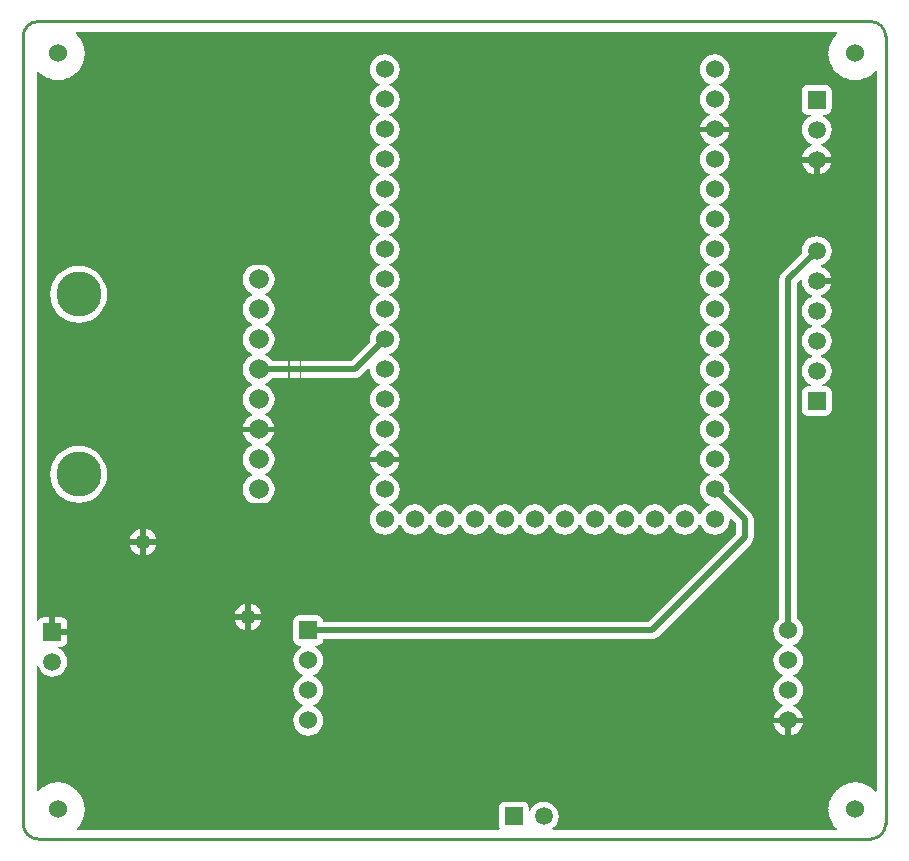
<source format=gbl>
G04 Layer_Physical_Order=2*
G04 Layer_Color=16711680*
%FSLAX25Y25*%
%MOIN*%
G70*
G01*
G75*
%ADD13C,0.01968*%
%ADD14C,0.01000*%
%ADD15C,0.00787*%
%ADD16C,0.00394*%
%ADD17R,0.05905X0.05905*%
%ADD18C,0.05905*%
%ADD19C,0.06000*%
%ADD20R,0.05905X0.05905*%
%ADD21C,0.15000*%
%ADD22C,0.06555*%
%ADD23R,0.06000X0.06000*%
%ADD24C,0.05000*%
G36*
X409420Y388529D02*
X409186Y388337D01*
X409060Y388184D01*
X408908Y388058D01*
X408046Y387009D01*
X407953Y386835D01*
X407828Y386682D01*
X407188Y385485D01*
X407131Y385296D01*
X407038Y385122D01*
X406644Y383823D01*
X406624Y383626D01*
X406567Y383437D01*
X406434Y382086D01*
X406453Y381890D01*
X406434Y381693D01*
X406567Y380342D01*
X406624Y380153D01*
X406644Y379957D01*
X407038Y378658D01*
X407131Y378483D01*
X407188Y378294D01*
X407828Y377097D01*
X407953Y376945D01*
X408046Y376770D01*
X408908Y375721D01*
X409060Y375596D01*
X409186Y375443D01*
X410235Y374582D01*
X410409Y374489D01*
X410562Y374363D01*
X411759Y373724D01*
X411948Y373666D01*
X412122Y373573D01*
X413421Y373179D01*
X413618Y373160D01*
X413807Y373102D01*
X415158Y372969D01*
X415257Y372979D01*
X415354Y372960D01*
X415452Y372979D01*
X415551Y372969D01*
X416902Y373102D01*
X417091Y373160D01*
X417288Y373179D01*
X418586Y373573D01*
X418761Y373666D01*
X418950Y373724D01*
X420147Y374363D01*
X420299Y374489D01*
X420474Y374582D01*
X421523Y375443D01*
X421648Y375596D01*
X421801Y375721D01*
X422029Y375999D01*
X422500Y375831D01*
Y135980D01*
X422029Y135812D01*
X421801Y136090D01*
X421648Y136215D01*
X421523Y136368D01*
X420474Y137229D01*
X420299Y137322D01*
X420147Y137448D01*
X418950Y138087D01*
X418761Y138145D01*
X418586Y138238D01*
X417288Y138632D01*
X417091Y138651D01*
X416902Y138709D01*
X415551Y138842D01*
X415452Y138832D01*
X415354Y138851D01*
X415257Y138832D01*
X415158Y138842D01*
X413807Y138709D01*
X413618Y138651D01*
X413421Y138632D01*
X412122Y138238D01*
X411948Y138145D01*
X411759Y138087D01*
X410562Y137448D01*
X410409Y137322D01*
X410235Y137229D01*
X409186Y136368D01*
X409060Y136215D01*
X408908Y136090D01*
X408046Y135041D01*
X407953Y134866D01*
X407828Y134714D01*
X407188Y133517D01*
X407131Y133328D01*
X407038Y133153D01*
X406644Y131854D01*
X406624Y131658D01*
X406567Y131469D01*
X406434Y130118D01*
X406453Y129921D01*
X406434Y129725D01*
X406567Y128374D01*
X406624Y128185D01*
X406644Y127988D01*
X407038Y126689D01*
X407131Y126515D01*
X407188Y126326D01*
X407828Y125129D01*
X407953Y124976D01*
X408046Y124802D01*
X408908Y123753D01*
X409060Y123627D01*
X409165Y123500D01*
X409141Y123333D01*
X409022Y123000D01*
X314541D01*
X314371Y123500D01*
X315010Y123990D01*
X315799Y125018D01*
X316295Y126215D01*
X316464Y127500D01*
X316295Y128785D01*
X315799Y129982D01*
X315010Y131010D01*
X313982Y131799D01*
X312785Y132295D01*
X311500Y132464D01*
X310215Y132295D01*
X309018Y131799D01*
X307990Y131010D01*
X307201Y129982D01*
X306960Y129399D01*
X306460Y129498D01*
Y130453D01*
X306307Y131221D01*
X305872Y131872D01*
X305221Y132307D01*
X304453Y132460D01*
X298547D01*
X297779Y132307D01*
X297128Y131872D01*
X296693Y131221D01*
X296540Y130453D01*
Y124547D01*
X296693Y123779D01*
X296880Y123500D01*
X296612Y123000D01*
X155939D01*
X155820Y123333D01*
X155796Y123500D01*
X155900Y123627D01*
X156053Y123753D01*
X156914Y124802D01*
X157007Y124976D01*
X157133Y125129D01*
X157773Y126326D01*
X157830Y126515D01*
X157923Y126689D01*
X158317Y127988D01*
X158336Y128185D01*
X158394Y128374D01*
X158527Y129725D01*
X158507Y129921D01*
X158527Y130118D01*
X158394Y131469D01*
X158336Y131658D01*
X158317Y131854D01*
X157923Y133153D01*
X157830Y133328D01*
X157773Y133517D01*
X157133Y134714D01*
X157007Y134866D01*
X156914Y135041D01*
X156053Y136090D01*
X155900Y136215D01*
X155775Y136368D01*
X154726Y137229D01*
X154551Y137322D01*
X154399Y137448D01*
X153202Y138087D01*
X153013Y138145D01*
X152838Y138238D01*
X151540Y138632D01*
X151343Y138651D01*
X151154Y138709D01*
X149803Y138842D01*
X149704Y138832D01*
X149606Y138851D01*
X149509Y138832D01*
X149410Y138842D01*
X148059Y138709D01*
X147870Y138651D01*
X147673Y138632D01*
X146374Y138238D01*
X146200Y138145D01*
X146011Y138087D01*
X144814Y137448D01*
X144661Y137322D01*
X144487Y137229D01*
X143438Y136368D01*
X143312Y136215D01*
X143159Y136090D01*
X142971Y135860D01*
X142500Y136029D01*
Y177597D01*
X142965Y177715D01*
X143461Y176518D01*
X144250Y175490D01*
X145278Y174701D01*
X146475Y174205D01*
X147760Y174036D01*
X149045Y174205D01*
X150242Y174701D01*
X151270Y175490D01*
X152058Y176518D01*
X152554Y177715D01*
X152724Y179000D01*
X152554Y180285D01*
X152058Y181482D01*
X151270Y182510D01*
X150242Y183299D01*
X149659Y183540D01*
X149758Y184040D01*
X150713D01*
X151481Y184193D01*
X152132Y184628D01*
X152567Y185279D01*
X152720Y186047D01*
Y188016D01*
X147760D01*
Y189000D01*
X146776D01*
Y193960D01*
X144807D01*
X144039Y193807D01*
X143388Y193372D01*
X143000Y192791D01*
X142709Y192804D01*
X142500Y192875D01*
Y375783D01*
X142971Y375951D01*
X143159Y375721D01*
X143312Y375596D01*
X143438Y375443D01*
X144487Y374582D01*
X144661Y374489D01*
X144814Y374363D01*
X146011Y373724D01*
X146200Y373666D01*
X146374Y373573D01*
X147673Y373179D01*
X147870Y373160D01*
X148059Y373102D01*
X149410Y372969D01*
X149509Y372979D01*
X149606Y372960D01*
X149704Y372979D01*
X149803Y372969D01*
X151154Y373102D01*
X151343Y373160D01*
X151540Y373179D01*
X152838Y373573D01*
X153013Y373666D01*
X153202Y373724D01*
X154399Y374363D01*
X154551Y374489D01*
X154726Y374582D01*
X155775Y375443D01*
X155900Y375596D01*
X156053Y375721D01*
X156914Y376770D01*
X157007Y376945D01*
X157133Y377097D01*
X157773Y378294D01*
X157830Y378484D01*
X157923Y378658D01*
X158317Y379957D01*
X158336Y380153D01*
X158394Y380342D01*
X158527Y381693D01*
X158507Y381890D01*
X158527Y382086D01*
X158394Y383437D01*
X158336Y383626D01*
X158317Y383823D01*
X157923Y385122D01*
X157830Y385296D01*
X157773Y385485D01*
X157133Y386682D01*
X157007Y386835D01*
X156914Y387009D01*
X156053Y388058D01*
X155900Y388184D01*
X155775Y388337D01*
X155540Y388529D01*
X155709Y389000D01*
X409252D01*
X409420Y388529D01*
D02*
G37*
%LPC*%
G36*
X213984Y198378D02*
Y194984D01*
X217377D01*
X217354Y195167D01*
X216903Y196254D01*
X216187Y197187D01*
X215253Y197903D01*
X214166Y198354D01*
X213984Y198378D01*
D02*
G37*
G36*
X212016D02*
X211834Y198354D01*
X210747Y197903D01*
X209813Y197187D01*
X209097Y196254D01*
X208646Y195167D01*
X208623Y194984D01*
X212016D01*
Y198378D01*
D02*
G37*
G36*
X177016Y218016D02*
X173623D01*
X173646Y217833D01*
X174097Y216746D01*
X174813Y215813D01*
X175747Y215097D01*
X176833Y214647D01*
X177016Y214622D01*
Y218016D01*
D02*
G37*
G36*
Y223377D02*
X176833Y223354D01*
X175747Y222903D01*
X174813Y222187D01*
X174097Y221253D01*
X173646Y220166D01*
X173623Y219984D01*
X177016D01*
Y223377D01*
D02*
G37*
G36*
X182378Y218016D02*
X178984D01*
Y214622D01*
X179166Y214647D01*
X180254Y215097D01*
X181187Y215813D01*
X181903Y216746D01*
X182353Y217833D01*
X182378Y218016D01*
D02*
G37*
G36*
X397882Y158516D02*
X393984D01*
Y154618D01*
X394297Y154659D01*
X395506Y155160D01*
X396544Y155956D01*
X397340Y156994D01*
X397841Y158203D01*
X397882Y158516D01*
D02*
G37*
G36*
X392016D02*
X388118D01*
X388159Y158203D01*
X388660Y156994D01*
X389456Y155956D01*
X390494Y155160D01*
X391703Y154659D01*
X392016Y154618D01*
Y158516D01*
D02*
G37*
G36*
X212016Y193016D02*
X208623D01*
X208646Y192833D01*
X209097Y191746D01*
X209813Y190813D01*
X210747Y190097D01*
X211834Y189646D01*
X212016Y189622D01*
Y193016D01*
D02*
G37*
G36*
X150713Y193960D02*
X148744D01*
Y189984D01*
X152720D01*
Y191953D01*
X152567Y192721D01*
X152132Y193372D01*
X151481Y193807D01*
X150713Y193960D01*
D02*
G37*
G36*
X217377Y193016D02*
X213984D01*
Y189622D01*
X214166Y189646D01*
X215253Y190097D01*
X216187Y190813D01*
X216903Y191746D01*
X217354Y192833D01*
X217377Y193016D01*
D02*
G37*
G36*
X178984Y223377D02*
Y219984D01*
X182378D01*
X182353Y220166D01*
X181903Y221253D01*
X181187Y222187D01*
X180254Y222903D01*
X179166Y223354D01*
X178984Y223377D01*
D02*
G37*
G36*
X407334Y345468D02*
X403484D01*
Y341619D01*
X403785Y341658D01*
X404982Y342154D01*
X406010Y342943D01*
X406799Y343971D01*
X407295Y345168D01*
X407334Y345468D01*
D02*
G37*
G36*
X156500Y311014D02*
X154644Y310831D01*
X152859Y310290D01*
X151214Y309411D01*
X149772Y308228D01*
X148589Y306786D01*
X147710Y305141D01*
X147169Y303356D01*
X146986Y301500D01*
X147169Y299644D01*
X147710Y297859D01*
X148589Y296214D01*
X149772Y294772D01*
X151214Y293589D01*
X152859Y292710D01*
X154644Y292168D01*
X156500Y291986D01*
X158356Y292168D01*
X160141Y292710D01*
X161786Y293589D01*
X163228Y294772D01*
X164411Y296214D01*
X165290Y297859D01*
X165831Y299644D01*
X166014Y301500D01*
X165831Y303356D01*
X165290Y305141D01*
X164411Y306786D01*
X163228Y308228D01*
X161786Y309411D01*
X160141Y310290D01*
X158356Y310831D01*
X156500Y311014D01*
D02*
G37*
G36*
X401516Y345468D02*
X397666D01*
X397705Y345168D01*
X398201Y343971D01*
X398990Y342943D01*
X400018Y342154D01*
X401215Y341658D01*
X401516Y341619D01*
Y345468D01*
D02*
G37*
G36*
X368500Y381511D02*
X367203Y381341D01*
X365994Y380840D01*
X364956Y380044D01*
X364160Y379006D01*
X363659Y377797D01*
X363489Y376500D01*
X363659Y375203D01*
X364160Y373994D01*
X364956Y372956D01*
X365994Y372160D01*
X366934Y371771D01*
Y371229D01*
X365994Y370840D01*
X364956Y370044D01*
X364160Y369006D01*
X363659Y367797D01*
X363489Y366500D01*
X363659Y365203D01*
X364160Y363994D01*
X364956Y362956D01*
X365994Y362160D01*
X366934Y361771D01*
Y361229D01*
X365994Y360840D01*
X364956Y360044D01*
X364160Y359006D01*
X363659Y357797D01*
X363618Y357484D01*
X373382D01*
X373341Y357797D01*
X372840Y359006D01*
X372044Y360044D01*
X371006Y360840D01*
X370065Y361229D01*
Y361771D01*
X371006Y362160D01*
X372044Y362956D01*
X372840Y363994D01*
X373341Y365203D01*
X373511Y366500D01*
X373341Y367797D01*
X372840Y369006D01*
X372044Y370044D01*
X371006Y370840D01*
X370065Y371229D01*
Y371771D01*
X371006Y372160D01*
X372044Y372956D01*
X372840Y373994D01*
X373341Y375203D01*
X373511Y376500D01*
X373341Y377797D01*
X372840Y379006D01*
X372044Y380044D01*
X371006Y380840D01*
X369797Y381341D01*
X368500Y381511D01*
D02*
G37*
G36*
X405453Y371413D02*
X399547D01*
X398779Y371260D01*
X398128Y370825D01*
X397693Y370174D01*
X397540Y369406D01*
Y363500D01*
X397693Y362732D01*
X398128Y362081D01*
X398779Y361646D01*
X399547Y361493D01*
X400502D01*
X400601Y360993D01*
X400018Y360752D01*
X398990Y359963D01*
X398201Y358935D01*
X397705Y357737D01*
X397536Y356453D01*
X397705Y355168D01*
X398201Y353971D01*
X398990Y352943D01*
X400018Y352154D01*
X401092Y351709D01*
X401092Y351709D01*
Y351197D01*
X401092Y351196D01*
X400018Y350751D01*
X398990Y349963D01*
X398201Y348935D01*
X397705Y347738D01*
X397666Y347437D01*
X402500D01*
X407334D01*
X407295Y347738D01*
X406799Y348935D01*
X406010Y349963D01*
X404982Y350751D01*
X403908Y351196D01*
X403908Y351197D01*
Y351709D01*
X403908Y351709D01*
X404982Y352154D01*
X406010Y352943D01*
X406799Y353971D01*
X407295Y355168D01*
X407464Y356453D01*
X407295Y357737D01*
X406799Y358935D01*
X406010Y359963D01*
X404982Y360752D01*
X404399Y360993D01*
X404498Y361493D01*
X405453D01*
X406221Y361646D01*
X406872Y362081D01*
X407307Y362732D01*
X407460Y363500D01*
Y369406D01*
X407307Y370174D01*
X406872Y370825D01*
X406221Y371260D01*
X405453Y371413D01*
D02*
G37*
G36*
X221662Y255516D02*
X216500D01*
X211338D01*
X211389Y255131D01*
X211918Y253854D01*
X212758Y252759D01*
X213854Y251918D01*
X214259Y251750D01*
Y251250D01*
X213854Y251082D01*
X212758Y250241D01*
X211918Y249146D01*
X211389Y247869D01*
X211209Y246500D01*
X211389Y245130D01*
X211918Y243854D01*
X212758Y242758D01*
X213854Y241918D01*
X214259Y241750D01*
Y241250D01*
X213854Y241082D01*
X212758Y240242D01*
X211918Y239146D01*
X211389Y237870D01*
X211209Y236500D01*
X211389Y235131D01*
X211918Y233854D01*
X212758Y232758D01*
X213854Y231918D01*
X215130Y231389D01*
X216500Y231209D01*
X217869Y231389D01*
X219146Y231918D01*
X220241Y232758D01*
X221082Y233854D01*
X221611Y235131D01*
X221791Y236500D01*
X221611Y237870D01*
X221082Y239146D01*
X220241Y240242D01*
X219146Y241082D01*
X218741Y241250D01*
Y241750D01*
X219146Y241918D01*
X220241Y242758D01*
X221082Y243854D01*
X221611Y245130D01*
X221791Y246500D01*
X221611Y247869D01*
X221082Y249146D01*
X220241Y250241D01*
X219146Y251082D01*
X218741Y251250D01*
Y251750D01*
X219146Y251918D01*
X220241Y252759D01*
X221082Y253854D01*
X221611Y255131D01*
X221662Y255516D01*
D02*
G37*
G36*
X373382Y355516D02*
X363618D01*
X363659Y355203D01*
X364160Y353994D01*
X364956Y352956D01*
X365994Y352160D01*
X366934Y351771D01*
Y351229D01*
X365994Y350840D01*
X364956Y350044D01*
X364160Y349006D01*
X363659Y347797D01*
X363489Y346500D01*
X363659Y345203D01*
X364160Y343994D01*
X364956Y342956D01*
X365994Y342160D01*
X366934Y341771D01*
Y341229D01*
X365994Y340840D01*
X364956Y340044D01*
X364160Y339006D01*
X363659Y337797D01*
X363489Y336500D01*
X363659Y335203D01*
X364160Y333994D01*
X364956Y332956D01*
X365994Y332160D01*
X366934Y331771D01*
Y331229D01*
X365994Y330840D01*
X364956Y330044D01*
X364160Y329006D01*
X363659Y327797D01*
X363489Y326500D01*
X363659Y325203D01*
X364160Y323994D01*
X364956Y322956D01*
X365994Y322160D01*
X366934Y321771D01*
Y321229D01*
X365994Y320840D01*
X364956Y320044D01*
X364160Y319006D01*
X363659Y317797D01*
X363489Y316500D01*
X363659Y315203D01*
X364160Y313994D01*
X364956Y312956D01*
X365994Y312160D01*
X366934Y311771D01*
Y311229D01*
X365994Y310840D01*
X364956Y310044D01*
X364160Y309006D01*
X363659Y307797D01*
X363489Y306500D01*
X363659Y305203D01*
X364160Y303994D01*
X364956Y302956D01*
X365994Y302160D01*
X366934Y301771D01*
Y301229D01*
X365994Y300840D01*
X364956Y300044D01*
X364160Y299006D01*
X363659Y297797D01*
X363489Y296500D01*
X363659Y295203D01*
X364160Y293994D01*
X364956Y292956D01*
X365994Y292160D01*
X366934Y291771D01*
Y291229D01*
X365994Y290840D01*
X364956Y290044D01*
X364160Y289006D01*
X363659Y287797D01*
X363489Y286500D01*
X363659Y285203D01*
X364160Y283994D01*
X364956Y282956D01*
X365994Y282160D01*
X366934Y281771D01*
Y281229D01*
X365994Y280840D01*
X364956Y280044D01*
X364160Y279006D01*
X363659Y277797D01*
X363489Y276500D01*
X363659Y275203D01*
X364160Y273994D01*
X364956Y272956D01*
X365994Y272160D01*
X366934Y271771D01*
Y271229D01*
X365994Y270840D01*
X364956Y270044D01*
X364160Y269006D01*
X363659Y267797D01*
X363489Y266500D01*
X363659Y265203D01*
X364160Y263994D01*
X364956Y262956D01*
X365994Y262160D01*
X366934Y261771D01*
Y261229D01*
X365994Y260840D01*
X364956Y260044D01*
X364160Y259006D01*
X363659Y257797D01*
X363489Y256500D01*
X363659Y255203D01*
X364160Y253994D01*
X364956Y252956D01*
X365994Y252160D01*
X366934Y251771D01*
Y251229D01*
X365994Y250840D01*
X364956Y250044D01*
X364160Y249006D01*
X363659Y247797D01*
X363489Y246500D01*
X363659Y245203D01*
X364160Y243994D01*
X364956Y242956D01*
X365994Y242160D01*
X366934Y241771D01*
Y241229D01*
X365994Y240840D01*
X364956Y240044D01*
X364160Y239006D01*
X363659Y237797D01*
X363489Y236500D01*
X363659Y235203D01*
X364160Y233994D01*
X364956Y232956D01*
X365994Y232160D01*
X366934Y231771D01*
Y231229D01*
X365994Y230840D01*
X364956Y230044D01*
X364160Y229006D01*
X363771Y228065D01*
X363229D01*
X362840Y229006D01*
X362044Y230044D01*
X361006Y230840D01*
X359797Y231341D01*
X358500Y231511D01*
X357203Y231341D01*
X355994Y230840D01*
X354956Y230044D01*
X354160Y229006D01*
X353771Y228065D01*
X353229D01*
X352840Y229006D01*
X352044Y230044D01*
X351006Y230840D01*
X349797Y231341D01*
X348500Y231511D01*
X347203Y231341D01*
X345994Y230840D01*
X344956Y230044D01*
X344160Y229006D01*
X343771Y228065D01*
X343229D01*
X342840Y229006D01*
X342044Y230044D01*
X341006Y230840D01*
X339797Y231341D01*
X338500Y231511D01*
X337203Y231341D01*
X335994Y230840D01*
X334956Y230044D01*
X334160Y229006D01*
X333771Y228065D01*
X333229D01*
X332840Y229006D01*
X332044Y230044D01*
X331006Y230840D01*
X329797Y231341D01*
X328500Y231511D01*
X327203Y231341D01*
X325994Y230840D01*
X324956Y230044D01*
X324160Y229006D01*
X323771Y228065D01*
X323229D01*
X322840Y229006D01*
X322044Y230044D01*
X321006Y230840D01*
X319797Y231341D01*
X318500Y231511D01*
X317203Y231341D01*
X315994Y230840D01*
X314956Y230044D01*
X314160Y229006D01*
X313771Y228065D01*
X313229D01*
X312840Y229006D01*
X312044Y230044D01*
X311006Y230840D01*
X309797Y231341D01*
X308500Y231511D01*
X307203Y231341D01*
X305994Y230840D01*
X304956Y230044D01*
X304160Y229006D01*
X303771Y228065D01*
X303229D01*
X302840Y229006D01*
X302044Y230044D01*
X301006Y230840D01*
X299797Y231341D01*
X298500Y231511D01*
X297203Y231341D01*
X295994Y230840D01*
X294956Y230044D01*
X294160Y229006D01*
X293771Y228065D01*
X293229D01*
X292840Y229006D01*
X292044Y230044D01*
X291006Y230840D01*
X289797Y231341D01*
X288500Y231511D01*
X287203Y231341D01*
X285994Y230840D01*
X284956Y230044D01*
X284160Y229006D01*
X283771Y228065D01*
X283229D01*
X282840Y229006D01*
X282044Y230044D01*
X281006Y230840D01*
X279797Y231341D01*
X278500Y231511D01*
X277203Y231341D01*
X275994Y230840D01*
X274956Y230044D01*
X274160Y229006D01*
X273771Y228065D01*
X273229D01*
X272840Y229006D01*
X272044Y230044D01*
X271006Y230840D01*
X269797Y231341D01*
X268500Y231511D01*
X267203Y231341D01*
X265994Y230840D01*
X264956Y230044D01*
X264160Y229006D01*
X263771Y228065D01*
X263229D01*
X262840Y229006D01*
X262044Y230044D01*
X261006Y230840D01*
X260066Y231229D01*
Y231771D01*
X261006Y232160D01*
X262044Y232956D01*
X262840Y233994D01*
X263341Y235203D01*
X263511Y236500D01*
X263341Y237797D01*
X262840Y239006D01*
X262044Y240044D01*
X261006Y240840D01*
X260066Y241229D01*
Y241771D01*
X261006Y242160D01*
X262044Y242956D01*
X262840Y243994D01*
X263341Y245203D01*
X263382Y245516D01*
X253618D01*
X253659Y245203D01*
X254160Y243994D01*
X254956Y242956D01*
X255994Y242160D01*
X256934Y241771D01*
Y241229D01*
X255994Y240840D01*
X254956Y240044D01*
X254160Y239006D01*
X253659Y237797D01*
X253489Y236500D01*
X253659Y235203D01*
X254160Y233994D01*
X254956Y232956D01*
X255994Y232160D01*
X256934Y231771D01*
Y231229D01*
X255994Y230840D01*
X254956Y230044D01*
X254160Y229006D01*
X253659Y227797D01*
X253489Y226500D01*
X253659Y225203D01*
X254160Y223994D01*
X254956Y222956D01*
X255994Y222160D01*
X257203Y221659D01*
X258500Y221489D01*
X259797Y221659D01*
X261006Y222160D01*
X262044Y222956D01*
X262840Y223994D01*
X263229Y224935D01*
X263771D01*
X264160Y223994D01*
X264956Y222956D01*
X265994Y222160D01*
X267203Y221659D01*
X268500Y221489D01*
X269797Y221659D01*
X271006Y222160D01*
X272044Y222956D01*
X272840Y223994D01*
X273229Y224935D01*
X273771D01*
X274160Y223994D01*
X274956Y222956D01*
X275994Y222160D01*
X277203Y221659D01*
X278500Y221489D01*
X279797Y221659D01*
X281006Y222160D01*
X282044Y222956D01*
X282840Y223994D01*
X283229Y224935D01*
X283771D01*
X284160Y223994D01*
X284956Y222956D01*
X285994Y222160D01*
X287203Y221659D01*
X288500Y221489D01*
X289797Y221659D01*
X291006Y222160D01*
X292044Y222956D01*
X292840Y223994D01*
X293229Y224935D01*
X293771D01*
X294160Y223994D01*
X294956Y222956D01*
X295994Y222160D01*
X297203Y221659D01*
X298500Y221489D01*
X299797Y221659D01*
X301006Y222160D01*
X302044Y222956D01*
X302840Y223994D01*
X303229Y224935D01*
X303771D01*
X304160Y223994D01*
X304956Y222956D01*
X305994Y222160D01*
X307203Y221659D01*
X308500Y221489D01*
X309797Y221659D01*
X311006Y222160D01*
X312044Y222956D01*
X312840Y223994D01*
X313229Y224935D01*
X313771D01*
X314160Y223994D01*
X314956Y222956D01*
X315994Y222160D01*
X317203Y221659D01*
X318500Y221489D01*
X319797Y221659D01*
X321006Y222160D01*
X322044Y222956D01*
X322840Y223994D01*
X323229Y224935D01*
X323771D01*
X324160Y223994D01*
X324956Y222956D01*
X325994Y222160D01*
X327203Y221659D01*
X328500Y221489D01*
X329797Y221659D01*
X331006Y222160D01*
X332044Y222956D01*
X332840Y223994D01*
X333229Y224935D01*
X333771D01*
X334160Y223994D01*
X334956Y222956D01*
X335994Y222160D01*
X337203Y221659D01*
X338500Y221489D01*
X339797Y221659D01*
X341006Y222160D01*
X342044Y222956D01*
X342840Y223994D01*
X343229Y224935D01*
X343771D01*
X344160Y223994D01*
X344956Y222956D01*
X345994Y222160D01*
X347203Y221659D01*
X348500Y221489D01*
X349797Y221659D01*
X351006Y222160D01*
X352044Y222956D01*
X352840Y223994D01*
X353229Y224935D01*
X353771D01*
X354160Y223994D01*
X354956Y222956D01*
X355994Y222160D01*
X357203Y221659D01*
X358500Y221489D01*
X359797Y221659D01*
X361006Y222160D01*
X362044Y222956D01*
X362840Y223994D01*
X363229Y224935D01*
X363771D01*
X364160Y223994D01*
X364956Y222956D01*
X365994Y222160D01*
X367203Y221659D01*
X368500Y221489D01*
X369797Y221659D01*
X371006Y222160D01*
X372044Y222956D01*
X372840Y223994D01*
X373341Y225203D01*
X373511Y226500D01*
X373495Y226623D01*
X373944Y226845D01*
X375522Y225266D01*
Y221734D01*
X346266Y192478D01*
X238007D01*
Y192500D01*
X237854Y193268D01*
X237419Y193919D01*
X236768Y194354D01*
X236000Y194507D01*
X230000D01*
X229232Y194354D01*
X228581Y193919D01*
X228146Y193268D01*
X227993Y192500D01*
Y186500D01*
X228146Y185732D01*
X228581Y185081D01*
X229232Y184646D01*
X230000Y184493D01*
X230764D01*
X230864Y183993D01*
X230494Y183840D01*
X229456Y183044D01*
X228660Y182006D01*
X228159Y180797D01*
X227989Y179500D01*
X228159Y178203D01*
X228660Y176994D01*
X229456Y175956D01*
X230494Y175160D01*
X231434Y174771D01*
Y174229D01*
X230494Y173840D01*
X229456Y173044D01*
X228660Y172006D01*
X228159Y170797D01*
X227989Y169500D01*
X228159Y168203D01*
X228660Y166994D01*
X229456Y165956D01*
X230494Y165160D01*
X231434Y164771D01*
Y164229D01*
X230494Y163840D01*
X229456Y163044D01*
X228660Y162006D01*
X228159Y160797D01*
X227989Y159500D01*
X228159Y158203D01*
X228660Y156994D01*
X229456Y155956D01*
X230494Y155160D01*
X231703Y154659D01*
X233000Y154489D01*
X234297Y154659D01*
X235506Y155160D01*
X236544Y155956D01*
X237340Y156994D01*
X237841Y158203D01*
X238011Y159500D01*
X237841Y160797D01*
X237340Y162006D01*
X236544Y163044D01*
X235506Y163840D01*
X234565Y164229D01*
Y164771D01*
X235506Y165160D01*
X236544Y165956D01*
X237340Y166994D01*
X237841Y168203D01*
X238011Y169500D01*
X237841Y170797D01*
X237340Y172006D01*
X236544Y173044D01*
X235506Y173840D01*
X234565Y174229D01*
Y174771D01*
X235506Y175160D01*
X236544Y175956D01*
X237340Y176994D01*
X237841Y178203D01*
X238011Y179500D01*
X237841Y180797D01*
X237340Y182006D01*
X236544Y183044D01*
X235506Y183840D01*
X235136Y183993D01*
X235236Y184493D01*
X236000D01*
X236768Y184646D01*
X237419Y185081D01*
X237854Y185732D01*
X238007Y186500D01*
Y186522D01*
X347500D01*
X348271Y186623D01*
X348989Y186921D01*
X349606Y187394D01*
X380606Y218394D01*
X381079Y219011D01*
X381377Y219729D01*
X381478Y220500D01*
Y226500D01*
X381478Y226500D01*
X381377Y227271D01*
X381079Y227989D01*
X380606Y228606D01*
X380606Y228606D01*
X373418Y235793D01*
X373511Y236500D01*
X373341Y237797D01*
X372840Y239006D01*
X372044Y240044D01*
X371006Y240840D01*
X370065Y241229D01*
Y241771D01*
X371006Y242160D01*
X372044Y242956D01*
X372840Y243994D01*
X373341Y245203D01*
X373511Y246500D01*
X373341Y247797D01*
X372840Y249006D01*
X372044Y250044D01*
X371006Y250840D01*
X370065Y251229D01*
Y251771D01*
X371006Y252160D01*
X372044Y252956D01*
X372840Y253994D01*
X373341Y255203D01*
X373511Y256500D01*
X373341Y257797D01*
X372840Y259006D01*
X372044Y260044D01*
X371006Y260840D01*
X370065Y261229D01*
Y261771D01*
X371006Y262160D01*
X372044Y262956D01*
X372840Y263994D01*
X373341Y265203D01*
X373511Y266500D01*
X373341Y267797D01*
X372840Y269006D01*
X372044Y270044D01*
X371006Y270840D01*
X370065Y271229D01*
Y271771D01*
X371006Y272160D01*
X372044Y272956D01*
X372840Y273994D01*
X373341Y275203D01*
X373511Y276500D01*
X373341Y277797D01*
X372840Y279006D01*
X372044Y280044D01*
X371006Y280840D01*
X370065Y281229D01*
Y281771D01*
X371006Y282160D01*
X372044Y282956D01*
X372840Y283994D01*
X373341Y285203D01*
X373511Y286500D01*
X373341Y287797D01*
X372840Y289006D01*
X372044Y290044D01*
X371006Y290840D01*
X370065Y291229D01*
Y291771D01*
X371006Y292160D01*
X372044Y292956D01*
X372840Y293994D01*
X373341Y295203D01*
X373511Y296500D01*
X373341Y297797D01*
X372840Y299006D01*
X372044Y300044D01*
X371006Y300840D01*
X370065Y301229D01*
Y301771D01*
X371006Y302160D01*
X372044Y302956D01*
X372840Y303994D01*
X373341Y305203D01*
X373511Y306500D01*
X373341Y307797D01*
X372840Y309006D01*
X372044Y310044D01*
X371006Y310840D01*
X370065Y311229D01*
Y311771D01*
X371006Y312160D01*
X372044Y312956D01*
X372840Y313994D01*
X373341Y315203D01*
X373511Y316500D01*
X373341Y317797D01*
X372840Y319006D01*
X372044Y320044D01*
X371006Y320840D01*
X370065Y321229D01*
Y321771D01*
X371006Y322160D01*
X372044Y322956D01*
X372840Y323994D01*
X373341Y325203D01*
X373511Y326500D01*
X373341Y327797D01*
X372840Y329006D01*
X372044Y330044D01*
X371006Y330840D01*
X370065Y331229D01*
Y331771D01*
X371006Y332160D01*
X372044Y332956D01*
X372840Y333994D01*
X373341Y335203D01*
X373511Y336500D01*
X373341Y337797D01*
X372840Y339006D01*
X372044Y340044D01*
X371006Y340840D01*
X370065Y341229D01*
Y341771D01*
X371006Y342160D01*
X372044Y342956D01*
X372840Y343994D01*
X373341Y345203D01*
X373511Y346500D01*
X373341Y347797D01*
X372840Y349006D01*
X372044Y350044D01*
X371006Y350840D01*
X370065Y351229D01*
Y351771D01*
X371006Y352160D01*
X372044Y352956D01*
X372840Y353994D01*
X373341Y355203D01*
X373382Y355516D01*
D02*
G37*
G36*
X156500Y251014D02*
X154644Y250832D01*
X152859Y250290D01*
X151214Y249411D01*
X149772Y248228D01*
X148589Y246786D01*
X147710Y245141D01*
X147169Y243356D01*
X146986Y241500D01*
X147169Y239644D01*
X147710Y237859D01*
X148589Y236214D01*
X149772Y234772D01*
X151214Y233589D01*
X152859Y232710D01*
X154644Y232169D01*
X156500Y231986D01*
X158356Y232169D01*
X160141Y232710D01*
X161786Y233589D01*
X163228Y234772D01*
X164411Y236214D01*
X165290Y237859D01*
X165831Y239644D01*
X166014Y241500D01*
X165831Y243356D01*
X165290Y245141D01*
X164411Y246786D01*
X163228Y248228D01*
X161786Y249411D01*
X160141Y250290D01*
X158356Y250832D01*
X156500Y251014D01*
D02*
G37*
G36*
X258500Y381511D02*
X257203Y381341D01*
X255994Y380840D01*
X254956Y380044D01*
X254160Y379006D01*
X253659Y377797D01*
X253489Y376500D01*
X253659Y375203D01*
X254160Y373994D01*
X254956Y372956D01*
X255994Y372160D01*
X256934Y371771D01*
Y371229D01*
X255994Y370840D01*
X254956Y370044D01*
X254160Y369006D01*
X253659Y367797D01*
X253489Y366500D01*
X253659Y365203D01*
X254160Y363994D01*
X254956Y362956D01*
X255994Y362160D01*
X256934Y361771D01*
Y361229D01*
X255994Y360840D01*
X254956Y360044D01*
X254160Y359006D01*
X253659Y357797D01*
X253489Y356500D01*
X253659Y355203D01*
X254160Y353994D01*
X254956Y352956D01*
X255994Y352160D01*
X256934Y351771D01*
Y351229D01*
X255994Y350840D01*
X254956Y350044D01*
X254160Y349006D01*
X253659Y347797D01*
X253489Y346500D01*
X253659Y345203D01*
X254160Y343994D01*
X254956Y342956D01*
X255994Y342160D01*
X256934Y341771D01*
Y341229D01*
X255994Y340840D01*
X254956Y340044D01*
X254160Y339006D01*
X253659Y337797D01*
X253489Y336500D01*
X253659Y335203D01*
X254160Y333994D01*
X254956Y332956D01*
X255994Y332160D01*
X256934Y331771D01*
Y331229D01*
X255994Y330840D01*
X254956Y330044D01*
X254160Y329006D01*
X253659Y327797D01*
X253489Y326500D01*
X253659Y325203D01*
X254160Y323994D01*
X254956Y322956D01*
X255994Y322160D01*
X256934Y321771D01*
Y321229D01*
X255994Y320840D01*
X254956Y320044D01*
X254160Y319006D01*
X253659Y317797D01*
X253489Y316500D01*
X253659Y315203D01*
X254160Y313994D01*
X254956Y312956D01*
X255994Y312160D01*
X256934Y311771D01*
Y311229D01*
X255994Y310840D01*
X254956Y310044D01*
X254160Y309006D01*
X253659Y307797D01*
X253489Y306500D01*
X253659Y305203D01*
X254160Y303994D01*
X254956Y302956D01*
X255994Y302160D01*
X256934Y301771D01*
Y301229D01*
X255994Y300840D01*
X254956Y300044D01*
X254160Y299006D01*
X253659Y297797D01*
X253489Y296500D01*
X253659Y295203D01*
X254160Y293994D01*
X254956Y292956D01*
X255994Y292160D01*
X256934Y291771D01*
Y291229D01*
X255994Y290840D01*
X254956Y290044D01*
X254160Y289006D01*
X253659Y287797D01*
X253489Y286500D01*
X253582Y285793D01*
X247266Y279478D01*
X220827D01*
X220241Y280241D01*
X219146Y281082D01*
X218741Y281250D01*
Y281750D01*
X219146Y281918D01*
X220241Y282758D01*
X221082Y283854D01*
X221611Y285131D01*
X221791Y286500D01*
X221611Y287870D01*
X221082Y289146D01*
X220241Y290242D01*
X219146Y291082D01*
X218741Y291250D01*
Y291750D01*
X219146Y291918D01*
X220241Y292758D01*
X221082Y293854D01*
X221611Y295130D01*
X221791Y296500D01*
X221611Y297869D01*
X221082Y299146D01*
X220241Y300241D01*
X219146Y301082D01*
X218741Y301250D01*
Y301750D01*
X219146Y301918D01*
X220241Y302759D01*
X221082Y303854D01*
X221611Y305131D01*
X221791Y306500D01*
X221611Y307870D01*
X221082Y309146D01*
X220241Y310242D01*
X219146Y311082D01*
X217869Y311611D01*
X216500Y311791D01*
X215130Y311611D01*
X213854Y311082D01*
X212758Y310242D01*
X211918Y309146D01*
X211389Y307870D01*
X211209Y306500D01*
X211389Y305131D01*
X211918Y303854D01*
X212758Y302759D01*
X213854Y301918D01*
X214259Y301750D01*
Y301250D01*
X213854Y301082D01*
X212758Y300241D01*
X211918Y299146D01*
X211389Y297869D01*
X211209Y296500D01*
X211389Y295130D01*
X211918Y293854D01*
X212758Y292758D01*
X213854Y291918D01*
X214259Y291750D01*
Y291250D01*
X213854Y291082D01*
X212758Y290242D01*
X211918Y289146D01*
X211389Y287870D01*
X211209Y286500D01*
X211389Y285131D01*
X211918Y283854D01*
X212758Y282758D01*
X213854Y281918D01*
X214259Y281750D01*
Y281250D01*
X213854Y281082D01*
X212758Y280241D01*
X211918Y279146D01*
X211389Y277870D01*
X211209Y276500D01*
X211389Y275131D01*
X211918Y273854D01*
X212758Y272759D01*
X213854Y271918D01*
X214259Y271750D01*
Y271250D01*
X213854Y271082D01*
X212758Y270241D01*
X211918Y269146D01*
X211389Y267869D01*
X211209Y266500D01*
X211389Y265130D01*
X211918Y263854D01*
X212758Y262758D01*
X213854Y261918D01*
X214259Y261750D01*
Y261250D01*
X213854Y261082D01*
X212758Y260242D01*
X211918Y259146D01*
X211389Y257870D01*
X211338Y257484D01*
X216500D01*
X221662D01*
X221611Y257870D01*
X221082Y259146D01*
X220241Y260242D01*
X219146Y261082D01*
X218741Y261250D01*
Y261750D01*
X219146Y261918D01*
X220241Y262758D01*
X221082Y263854D01*
X221611Y265130D01*
X221791Y266500D01*
X221611Y267869D01*
X221082Y269146D01*
X220241Y270241D01*
X219146Y271082D01*
X218741Y271250D01*
Y271750D01*
X219146Y271918D01*
X220241Y272759D01*
X220827Y273522D01*
X248500D01*
X249271Y273623D01*
X249989Y273921D01*
X250606Y274394D01*
X253056Y276845D01*
X253505Y276623D01*
X253489Y276500D01*
X253659Y275203D01*
X254160Y273994D01*
X254956Y272956D01*
X255994Y272160D01*
X256934Y271771D01*
Y271229D01*
X255994Y270840D01*
X254956Y270044D01*
X254160Y269006D01*
X253659Y267797D01*
X253489Y266500D01*
X253659Y265203D01*
X254160Y263994D01*
X254956Y262956D01*
X255994Y262160D01*
X256934Y261771D01*
Y261229D01*
X255994Y260840D01*
X254956Y260044D01*
X254160Y259006D01*
X253659Y257797D01*
X253489Y256500D01*
X253659Y255203D01*
X254160Y253994D01*
X254956Y252956D01*
X255994Y252160D01*
X256934Y251771D01*
Y251229D01*
X255994Y250840D01*
X254956Y250044D01*
X254160Y249006D01*
X253659Y247797D01*
X253618Y247484D01*
X263382D01*
X263341Y247797D01*
X262840Y249006D01*
X262044Y250044D01*
X261006Y250840D01*
X260066Y251229D01*
Y251771D01*
X261006Y252160D01*
X262044Y252956D01*
X262840Y253994D01*
X263341Y255203D01*
X263511Y256500D01*
X263341Y257797D01*
X262840Y259006D01*
X262044Y260044D01*
X261006Y260840D01*
X260066Y261229D01*
Y261771D01*
X261006Y262160D01*
X262044Y262956D01*
X262840Y263994D01*
X263341Y265203D01*
X263511Y266500D01*
X263341Y267797D01*
X262840Y269006D01*
X262044Y270044D01*
X261006Y270840D01*
X260066Y271229D01*
Y271771D01*
X261006Y272160D01*
X262044Y272956D01*
X262840Y273994D01*
X263341Y275203D01*
X263511Y276500D01*
X263341Y277797D01*
X262840Y279006D01*
X262044Y280044D01*
X261006Y280840D01*
X260066Y281229D01*
Y281771D01*
X261006Y282160D01*
X262044Y282956D01*
X262840Y283994D01*
X263341Y285203D01*
X263511Y286500D01*
X263341Y287797D01*
X262840Y289006D01*
X262044Y290044D01*
X261006Y290840D01*
X260066Y291229D01*
Y291771D01*
X261006Y292160D01*
X262044Y292956D01*
X262840Y293994D01*
X263341Y295203D01*
X263511Y296500D01*
X263341Y297797D01*
X262840Y299006D01*
X262044Y300044D01*
X261006Y300840D01*
X260066Y301229D01*
Y301771D01*
X261006Y302160D01*
X262044Y302956D01*
X262840Y303994D01*
X263341Y305203D01*
X263511Y306500D01*
X263341Y307797D01*
X262840Y309006D01*
X262044Y310044D01*
X261006Y310840D01*
X260066Y311229D01*
Y311771D01*
X261006Y312160D01*
X262044Y312956D01*
X262840Y313994D01*
X263341Y315203D01*
X263511Y316500D01*
X263341Y317797D01*
X262840Y319006D01*
X262044Y320044D01*
X261006Y320840D01*
X260066Y321229D01*
Y321771D01*
X261006Y322160D01*
X262044Y322956D01*
X262840Y323994D01*
X263341Y325203D01*
X263511Y326500D01*
X263341Y327797D01*
X262840Y329006D01*
X262044Y330044D01*
X261006Y330840D01*
X260066Y331229D01*
Y331771D01*
X261006Y332160D01*
X262044Y332956D01*
X262840Y333994D01*
X263341Y335203D01*
X263511Y336500D01*
X263341Y337797D01*
X262840Y339006D01*
X262044Y340044D01*
X261006Y340840D01*
X260066Y341229D01*
Y341771D01*
X261006Y342160D01*
X262044Y342956D01*
X262840Y343994D01*
X263341Y345203D01*
X263511Y346500D01*
X263341Y347797D01*
X262840Y349006D01*
X262044Y350044D01*
X261006Y350840D01*
X260066Y351229D01*
Y351771D01*
X261006Y352160D01*
X262044Y352956D01*
X262840Y353994D01*
X263341Y355203D01*
X263511Y356500D01*
X263341Y357797D01*
X262840Y359006D01*
X262044Y360044D01*
X261006Y360840D01*
X260066Y361229D01*
Y361771D01*
X261006Y362160D01*
X262044Y362956D01*
X262840Y363994D01*
X263341Y365203D01*
X263511Y366500D01*
X263341Y367797D01*
X262840Y369006D01*
X262044Y370044D01*
X261006Y370840D01*
X260066Y371229D01*
Y371771D01*
X261006Y372160D01*
X262044Y372956D01*
X262840Y373994D01*
X263341Y375203D01*
X263511Y376500D01*
X263341Y377797D01*
X262840Y379006D01*
X262044Y380044D01*
X261006Y380840D01*
X259797Y381341D01*
X258500Y381511D01*
D02*
G37*
G36*
X402500Y320964D02*
X401215Y320795D01*
X400018Y320299D01*
X398990Y319510D01*
X398201Y318482D01*
X397705Y317285D01*
X397536Y316000D01*
X397624Y315336D01*
X390894Y308606D01*
X390421Y307989D01*
X390123Y307271D01*
X390022Y306500D01*
Y193477D01*
X389456Y193044D01*
X388660Y192006D01*
X388159Y190797D01*
X387989Y189500D01*
X388159Y188203D01*
X388660Y186994D01*
X389456Y185956D01*
X390494Y185160D01*
X391435Y184771D01*
Y184229D01*
X390494Y183840D01*
X389456Y183044D01*
X388660Y182006D01*
X388159Y180797D01*
X387989Y179500D01*
X388159Y178203D01*
X388660Y176994D01*
X389456Y175956D01*
X390494Y175160D01*
X391435Y174771D01*
Y174229D01*
X390494Y173840D01*
X389456Y173044D01*
X388660Y172006D01*
X388159Y170797D01*
X387989Y169500D01*
X388159Y168203D01*
X388660Y166994D01*
X389456Y165956D01*
X390494Y165160D01*
X391435Y164771D01*
Y164229D01*
X390494Y163840D01*
X389456Y163044D01*
X388660Y162006D01*
X388159Y160797D01*
X388118Y160484D01*
X397882D01*
X397841Y160797D01*
X397340Y162006D01*
X396544Y163044D01*
X395506Y163840D01*
X394566Y164229D01*
Y164771D01*
X395506Y165160D01*
X396544Y165956D01*
X397340Y166994D01*
X397841Y168203D01*
X398011Y169500D01*
X397841Y170797D01*
X397340Y172006D01*
X396544Y173044D01*
X395506Y173840D01*
X394566Y174229D01*
Y174771D01*
X395506Y175160D01*
X396544Y175956D01*
X397340Y176994D01*
X397841Y178203D01*
X398011Y179500D01*
X397841Y180797D01*
X397340Y182006D01*
X396544Y183044D01*
X395506Y183840D01*
X394566Y184229D01*
Y184771D01*
X395506Y185160D01*
X396544Y185956D01*
X397340Y186994D01*
X397841Y188203D01*
X398011Y189500D01*
X397841Y190797D01*
X397340Y192006D01*
X396544Y193044D01*
X395978Y193477D01*
Y305266D01*
X397111Y306399D01*
X397560Y306178D01*
X397536Y306000D01*
X397705Y304715D01*
X398201Y303518D01*
X398990Y302490D01*
X400018Y301701D01*
X401092Y301257D01*
X401092Y301256D01*
Y300744D01*
X401092Y300743D01*
X400018Y300299D01*
X398990Y299510D01*
X398201Y298482D01*
X397705Y297285D01*
X397536Y296000D01*
X397705Y294715D01*
X398201Y293518D01*
X398990Y292490D01*
X400018Y291701D01*
X401092Y291257D01*
X401092Y291256D01*
Y290744D01*
X401092Y290743D01*
X400018Y290299D01*
X398990Y289510D01*
X398201Y288482D01*
X397705Y287285D01*
X397536Y286000D01*
X397705Y284715D01*
X398201Y283518D01*
X398990Y282490D01*
X400018Y281701D01*
X401092Y281257D01*
X401092Y281256D01*
Y280744D01*
X401092Y280743D01*
X400018Y280299D01*
X398990Y279510D01*
X398201Y278482D01*
X397705Y277285D01*
X397536Y276000D01*
X397705Y274715D01*
X398201Y273518D01*
X398990Y272490D01*
X400018Y271701D01*
X400601Y271460D01*
X400502Y270960D01*
X399547D01*
X398779Y270807D01*
X398128Y270372D01*
X397693Y269721D01*
X397540Y268953D01*
Y263047D01*
X397693Y262279D01*
X398128Y261628D01*
X398779Y261193D01*
X399547Y261040D01*
X405453D01*
X406221Y261193D01*
X406872Y261628D01*
X407307Y262279D01*
X407460Y263047D01*
Y268953D01*
X407307Y269721D01*
X406872Y270372D01*
X406221Y270807D01*
X405453Y270960D01*
X404498D01*
X404399Y271460D01*
X404982Y271701D01*
X406010Y272490D01*
X406799Y273518D01*
X407295Y274715D01*
X407464Y276000D01*
X407295Y277285D01*
X406799Y278482D01*
X406010Y279510D01*
X404982Y280299D01*
X403908Y280743D01*
X403908Y280744D01*
Y281256D01*
X403908Y281257D01*
X404982Y281701D01*
X406010Y282490D01*
X406799Y283518D01*
X407295Y284715D01*
X407464Y286000D01*
X407295Y287285D01*
X406799Y288482D01*
X406010Y289510D01*
X404982Y290299D01*
X403908Y290743D01*
X403908Y290744D01*
Y291256D01*
X403908Y291257D01*
X404982Y291701D01*
X406010Y292490D01*
X406799Y293518D01*
X407295Y294715D01*
X407464Y296000D01*
X407295Y297285D01*
X406799Y298482D01*
X406010Y299510D01*
X404982Y300299D01*
X403908Y300743D01*
X403908Y300744D01*
Y301256D01*
X403908Y301257D01*
X404982Y301701D01*
X406010Y302490D01*
X406799Y303518D01*
X407295Y304715D01*
X407334Y305016D01*
X402500D01*
Y306984D01*
X407334D01*
X407295Y307285D01*
X406799Y308482D01*
X406010Y309510D01*
X404982Y310299D01*
X403908Y310743D01*
X403908Y310744D01*
Y311256D01*
X403908Y311257D01*
X404982Y311701D01*
X406010Y312490D01*
X406799Y313518D01*
X407295Y314715D01*
X407464Y316000D01*
X407295Y317285D01*
X406799Y318482D01*
X406010Y319510D01*
X404982Y320299D01*
X403785Y320795D01*
X402500Y320964D01*
D02*
G37*
%LPD*%
D13*
X368500Y236500D02*
X378500Y226500D01*
Y220500D02*
Y226500D01*
X347500Y189500D02*
X378500Y220500D01*
X233000Y189500D02*
X347500D01*
X393000D02*
Y306500D01*
X402500Y316000D01*
X248500Y276500D02*
X258500Y286500D01*
X216500Y276500D02*
X248500D01*
D14*
X143000Y392500D02*
G03*
X138000Y387500I0J-5000D01*
G01*
Y125000D02*
G03*
X143000Y120000I5000J0D01*
G01*
X420500D02*
G03*
X425500Y125000I0J5000D01*
G01*
Y387500D02*
G03*
X420500Y392500I-5000J0D01*
G01*
X143000D02*
X305000D01*
X138000Y125000D02*
Y387500D01*
X143000Y120000D02*
X420500D01*
X425500Y125000D02*
Y387500D01*
X305000Y392500D02*
X420500D01*
D15*
X146500Y231500D02*
X226500D01*
Y311500D01*
X146500D02*
X226500D01*
X146500Y231500D02*
Y311500D01*
D16*
X142563Y227563D02*
X230437D01*
Y315437D01*
X142563D02*
X230437D01*
X142563Y227563D02*
Y315437D01*
D17*
X301500Y127500D02*
D03*
D18*
X311500D02*
D03*
X402500Y356453D02*
D03*
Y346453D02*
D03*
Y276000D02*
D03*
Y286000D02*
D03*
Y296000D02*
D03*
Y306000D02*
D03*
Y316000D02*
D03*
X147760Y179000D02*
D03*
D19*
X415354Y129921D02*
D03*
X149606D02*
D03*
X415354Y381890D02*
D03*
X149606D02*
D03*
X258500Y226500D02*
D03*
Y236500D02*
D03*
Y246500D02*
D03*
Y256500D02*
D03*
Y266500D02*
D03*
Y276500D02*
D03*
Y286500D02*
D03*
Y296500D02*
D03*
Y306500D02*
D03*
Y316500D02*
D03*
Y326500D02*
D03*
Y336500D02*
D03*
Y346500D02*
D03*
Y356500D02*
D03*
Y366500D02*
D03*
Y376500D02*
D03*
X268500Y226500D02*
D03*
X278500D02*
D03*
X288500D02*
D03*
X298500D02*
D03*
X308500D02*
D03*
X318500D02*
D03*
X328500D02*
D03*
X338500D02*
D03*
X348500D02*
D03*
X358500D02*
D03*
X368500D02*
D03*
Y236500D02*
D03*
Y246500D02*
D03*
Y256500D02*
D03*
Y266500D02*
D03*
Y276500D02*
D03*
Y286500D02*
D03*
Y296500D02*
D03*
Y306500D02*
D03*
Y316500D02*
D03*
Y326500D02*
D03*
Y336500D02*
D03*
Y346500D02*
D03*
Y356500D02*
D03*
Y366500D02*
D03*
Y376500D02*
D03*
X233000Y179500D02*
D03*
Y169500D02*
D03*
Y159500D02*
D03*
X393000D02*
D03*
Y169500D02*
D03*
Y179500D02*
D03*
Y189500D02*
D03*
D20*
X402500Y366453D02*
D03*
Y266000D02*
D03*
X147760Y189000D02*
D03*
D21*
X156500Y301500D02*
D03*
Y241500D02*
D03*
D22*
X216500Y306500D02*
D03*
Y296500D02*
D03*
Y286500D02*
D03*
Y276500D02*
D03*
Y266500D02*
D03*
Y256500D02*
D03*
Y246500D02*
D03*
Y236500D02*
D03*
D23*
X233000Y189500D02*
D03*
D24*
X213000Y194000D02*
D03*
X178000Y219000D02*
D03*
M02*

</source>
